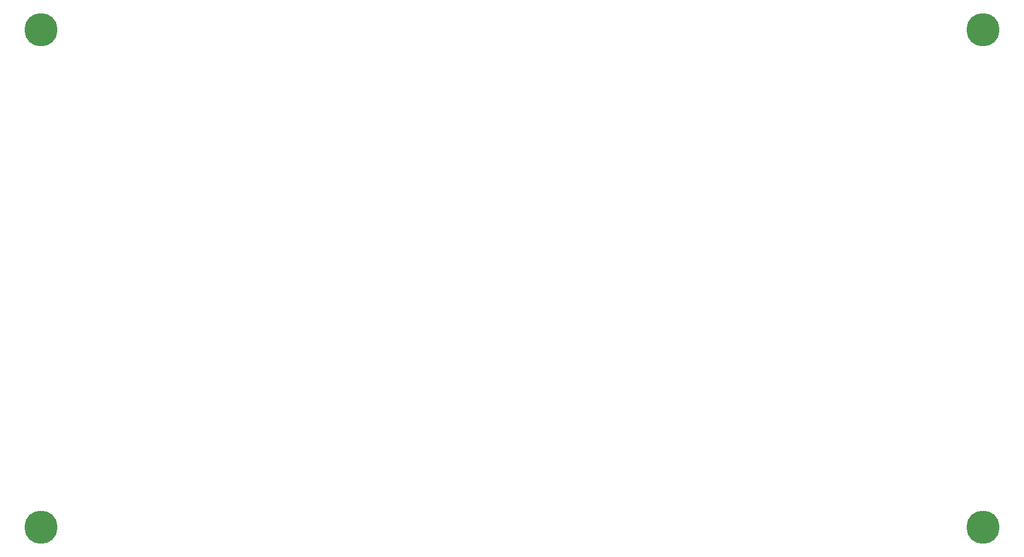
<source format=gbr>
%TF.GenerationSoftware,KiCad,Pcbnew,9.0.3*%
%TF.CreationDate,2025-10-03T08:07:12+02:00*%
%TF.ProjectId,front_pcb,66726f6e-745f-4706-9362-2e6b69636164,rev?*%
%TF.SameCoordinates,Original*%
%TF.FileFunction,Paste,Bot*%
%TF.FilePolarity,Positive*%
%FSLAX46Y46*%
G04 Gerber Fmt 4.6, Leading zero omitted, Abs format (unit mm)*
G04 Created by KiCad (PCBNEW 9.0.3) date 2025-10-03 08:07:12*
%MOMM*%
%LPD*%
G01*
G04 APERTURE LIST*
%ADD10C,5.000000*%
G04 APERTURE END LIST*
D10*
%TO.C,REF\u002A\u002A*%
X79000000Y-138000000D03*
%TD*%
%TO.C,REF\u002A\u002A*%
X221000000Y-138000000D03*
%TD*%
%TO.C,REF\u002A\u002A*%
X221000000Y-63000000D03*
%TD*%
%TO.C,REF\u002A\u002A*%
X79000000Y-63000000D03*
%TD*%
M02*

</source>
